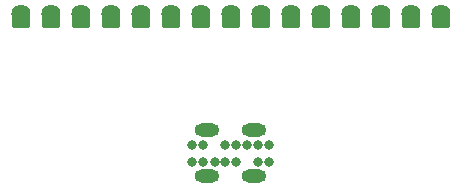
<source format=gbs>
G04 Layer: BottomSolderMaskLayer*
G04 EasyEDA v6.5.29, 2023-07-19 21:57:34*
G04 a2853ea9601d4119b13b16b9b4b396c2,5a6b42c53f6a479593ecc07194224c93,10*
G04 Gerber Generator version 0.2*
G04 Scale: 100 percent, Rotated: No, Reflected: No *
G04 Dimensions in millimeters *
G04 leading zeros omitted , absolute positions ,4 integer and 5 decimal *
%FSLAX45Y45*%
%MOMM*%

%AMMACRO1*1,1,$1,$2,$3*1,1,$1,$4,$5*1,1,$1,0-$2,0-$3*1,1,$1,0-$4,0-$5*20,1,$1,$2,$3,$4,$5,0*20,1,$1,$4,$5,0-$2,0-$3,0*20,1,$1,0-$2,0-$3,0-$4,0-$5,0*20,1,$1,0-$4,0-$5,$2,$3,0*4,1,4,$2,$3,$4,$5,0-$2,0-$3,0-$4,0-$5,$2,$3,0*%
%ADD10MACRO1,0.1016X-0.7X0.6X-0.7X-0.6*%
%ADD11O,0.8015985999999999X0.8015985999999999*%
%ADD12O,2.101596X1.1015979999999999*%
%ADD13C,1.6256*%

%LPD*%
D10*
G01*
X2539989Y2476502D03*
G01*
X2285989Y2476502D03*
G01*
X2031989Y2476502D03*
G01*
X1269989Y2476502D03*
G01*
X1015989Y2476502D03*
G01*
X761989Y2476502D03*
G01*
X507989Y2476502D03*
G01*
X253989Y2476502D03*
G01*
X2793989Y2476502D03*
G01*
X3047989Y2476502D03*
G01*
X3301989Y2476502D03*
G01*
X3555989Y2476502D03*
G01*
X3809989Y2476502D03*
G01*
X1777989Y2476502D03*
G01*
X1523989Y2476502D03*
D11*
G01*
X1706981Y1416202D03*
G01*
X1801977Y1416202D03*
G01*
X1986991Y1416202D03*
G01*
X2076983Y1416202D03*
G01*
X2167000Y1416202D03*
G01*
X2261997Y1416202D03*
G01*
X2356993Y1416202D03*
G01*
X2356993Y1276197D03*
G01*
X2261997Y1276197D03*
G01*
X2076983Y1276197D03*
G01*
X1986991Y1276197D03*
G01*
X1896999Y1276197D03*
G01*
X1801977Y1276197D03*
G01*
X1706981Y1276197D03*
D12*
G01*
X2231974Y1153210D03*
G01*
X1831975Y1153210D03*
G01*
X2231974Y1539189D03*
G01*
X1831975Y1539189D03*
D13*
G01*
X254000Y2527300D03*
G01*
X762000Y2527300D03*
G01*
X1016000Y2527300D03*
G01*
X1270000Y2527300D03*
G01*
X1524000Y2527300D03*
G01*
X1778000Y2527300D03*
G01*
X2032000Y2527300D03*
G01*
X2286000Y2527300D03*
G01*
X2540000Y2527300D03*
G01*
X2794000Y2527300D03*
G01*
X3048000Y2527300D03*
G01*
X3302000Y2527300D03*
G01*
X3556000Y2527300D03*
G01*
X508000Y2527300D03*
G01*
X3810000Y2527300D03*
M02*

</source>
